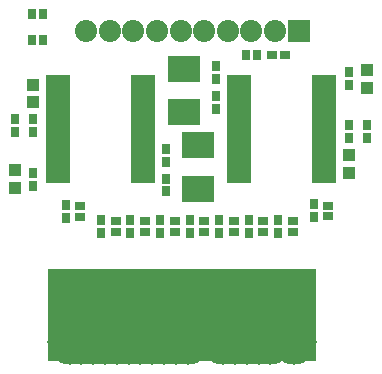
<source format=gts>
G04 #@! TF.GenerationSoftware,KiCad,Pcbnew,(5.1.5)-3*
G04 #@! TF.CreationDate,2020-03-16T23:26:29+11:00*
G04 #@! TF.ProjectId,din_meter_atm90e26,64696e5f-6d65-4746-9572-5f61746d3930,rev?*
G04 #@! TF.SameCoordinates,Original*
G04 #@! TF.FileFunction,Soldermask,Top*
G04 #@! TF.FilePolarity,Negative*
%FSLAX46Y46*%
G04 Gerber Fmt 4.6, Leading zero omitted, Abs format (unit mm)*
G04 Created by KiCad (PCBNEW (5.1.5)-3) date 2020-03-16 23:26:29*
%MOMM*%
%LPD*%
G04 APERTURE LIST*
%ADD10R,2.050000X0.750000*%
%ADD11R,0.800000X0.900000*%
%ADD12R,0.700000X0.900000*%
%ADD13R,0.900000X0.700000*%
%ADD14R,2.700000X2.300000*%
%ADD15R,0.900000X0.800000*%
%ADD16R,1.875000X1.875000*%
%ADD17C,1.875000*%
%ADD18R,1.050000X1.100000*%
%ADD19C,3.850000*%
%ADD20R,3.850000X7.800000*%
%ADD21R,3.850000X6.800000*%
G04 APERTURE END LIST*
D10*
X149810000Y-73875000D03*
X149810000Y-73225000D03*
X149810000Y-72575000D03*
X149810000Y-71925000D03*
X149810000Y-71275000D03*
X149810000Y-70625000D03*
X149810000Y-69975000D03*
X149810000Y-69325000D03*
X149810000Y-68675000D03*
X149810000Y-68025000D03*
X149810000Y-67375000D03*
X149810000Y-66725000D03*
X149810000Y-66075000D03*
X149810000Y-65425000D03*
X157010000Y-65425000D03*
X157010000Y-66075000D03*
X157010000Y-66725000D03*
X157010000Y-67375000D03*
X157010000Y-68025000D03*
X157010000Y-68675000D03*
X157010000Y-69325000D03*
X157010000Y-69975000D03*
X157010000Y-70625000D03*
X157010000Y-71275000D03*
X157010000Y-71925000D03*
X157010000Y-72575000D03*
X157010000Y-73225000D03*
X157010000Y-73875000D03*
D11*
X143660000Y-72450000D03*
X143660000Y-71350000D03*
D12*
X133260000Y-59950000D03*
X132360000Y-59950000D03*
X133260000Y-62150000D03*
X132360000Y-62150000D03*
D11*
X153160000Y-77350000D03*
X153160000Y-78450000D03*
X156160000Y-77150000D03*
X156160000Y-76050000D03*
X140660000Y-78450000D03*
X140660000Y-77350000D03*
X143160000Y-77350000D03*
X143160000Y-78450000D03*
D13*
X154410000Y-77450000D03*
X154410000Y-78350000D03*
X144410000Y-78350000D03*
X144410000Y-77450000D03*
X157410000Y-76150000D03*
X157410000Y-77050000D03*
X141910000Y-78350000D03*
X141910000Y-77450000D03*
D14*
X145160000Y-68250000D03*
X145160000Y-64550000D03*
X146410000Y-74750000D03*
X146410000Y-71050000D03*
D11*
X150660000Y-78450000D03*
X150660000Y-77350000D03*
X148160000Y-77350000D03*
X148160000Y-78450000D03*
X138160000Y-78450000D03*
X138160000Y-77350000D03*
X135210000Y-76100000D03*
X135210000Y-77200000D03*
D13*
X151910000Y-78350000D03*
X151910000Y-77450000D03*
X149410000Y-78350000D03*
X149410000Y-77450000D03*
X139410000Y-77450000D03*
X139410000Y-78350000D03*
X136410000Y-77100000D03*
X136410000Y-76200000D03*
D15*
X153710000Y-63400000D03*
X152610000Y-63400000D03*
D11*
X145660000Y-77350000D03*
X145660000Y-78450000D03*
D12*
X151360000Y-63400000D03*
X150460000Y-63400000D03*
D13*
X146910000Y-78350000D03*
X146910000Y-77450000D03*
D16*
X154907000Y-61341000D03*
D17*
X152907000Y-61341000D03*
X150907000Y-61341000D03*
X148907000Y-61341000D03*
X146907000Y-61341000D03*
X144907000Y-61341000D03*
X142907000Y-61341000D03*
X140907000Y-61341000D03*
X138907000Y-61341000D03*
X136907000Y-61341000D03*
D11*
X159160000Y-70450000D03*
X159160000Y-69350000D03*
X160660000Y-70450000D03*
X160660000Y-69350000D03*
X159160000Y-64850000D03*
X159160000Y-65950000D03*
X143660000Y-74950000D03*
X143660000Y-73850000D03*
D18*
X159160000Y-71900000D03*
X159160000Y-73400000D03*
X160660000Y-66150000D03*
X160660000Y-64650000D03*
D11*
X147910000Y-65450000D03*
X147910000Y-64350000D03*
X147910000Y-67950000D03*
X147910000Y-66850000D03*
X132410000Y-74450000D03*
X132410000Y-73350000D03*
X130910000Y-68850000D03*
X130910000Y-69950000D03*
X132410000Y-68850000D03*
X132410000Y-69950000D03*
D18*
X130910000Y-74650000D03*
X130910000Y-73150000D03*
X132410000Y-67400000D03*
X132410000Y-65900000D03*
D19*
X136508000Y-87723000D03*
X152508000Y-87723000D03*
X151508000Y-87723000D03*
X150508000Y-87723000D03*
X149508000Y-87723000D03*
X148508000Y-87723000D03*
X135508000Y-87723000D03*
X145508000Y-87723000D03*
X144508000Y-87723000D03*
X143508000Y-87723000D03*
X142508000Y-87723000D03*
X141508000Y-87723000D03*
X140508000Y-87723000D03*
X139508000Y-87723000D03*
X138508000Y-87723000D03*
X137508000Y-87723000D03*
D20*
X149508000Y-85423000D03*
X148508000Y-85423000D03*
X154508000Y-85423000D03*
D21*
X153508000Y-84923000D03*
D20*
X152508000Y-85423000D03*
X151508000Y-85423000D03*
X150508000Y-85423000D03*
X145508000Y-85423000D03*
X144508000Y-85423000D03*
X143508000Y-85423000D03*
X142508000Y-85423000D03*
X141508000Y-85423000D03*
X140508000Y-85423000D03*
X139508000Y-85423000D03*
X138508000Y-85423000D03*
X137508000Y-85423000D03*
X136508000Y-85423000D03*
X135508000Y-85423000D03*
D19*
X154508000Y-87723000D03*
D10*
X141760000Y-65425000D03*
X141760000Y-66075000D03*
X141760000Y-66725000D03*
X141760000Y-67375000D03*
X141760000Y-68025000D03*
X141760000Y-68675000D03*
X141760000Y-69325000D03*
X141760000Y-69975000D03*
X141760000Y-70625000D03*
X141760000Y-71275000D03*
X141760000Y-71925000D03*
X141760000Y-72575000D03*
X141760000Y-73225000D03*
X141760000Y-73875000D03*
X134560000Y-73875000D03*
X134560000Y-73225000D03*
X134560000Y-72575000D03*
X134560000Y-71925000D03*
X134560000Y-71275000D03*
X134560000Y-70625000D03*
X134560000Y-69975000D03*
X134560000Y-69325000D03*
X134560000Y-68675000D03*
X134560000Y-68025000D03*
X134560000Y-67375000D03*
X134560000Y-66725000D03*
X134560000Y-66075000D03*
X134560000Y-65425000D03*
M02*

</source>
